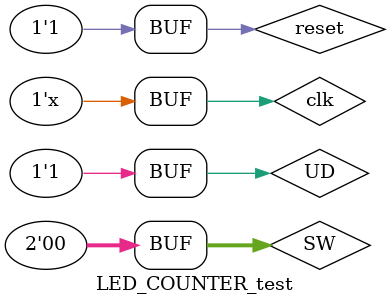
<source format=v>
`timescale 1ns / 1ps


module LED_COUNTER_test;

	// Inputs
	reg clk;
	reg reset;
	reg [1:0] SW;
	reg UD;

	// Outputs
	wire [7:0] LED;

	// Instantiate the Unit Under Test (UUT)
	LED_COUNTER uut (
		.clk(clk), 
		.reset(reset), 
		.SW(SW), 
		.UD(UD), 
		.LED(LED)
	);
always
begin
#10;clk=~clk;
end
	initial begin
		// Initialize Inputs
		clk = 0;
		#10;
		reset = 1;
		#60;
		SW = 0;
		UD = 0;
		#1000;
		UD=1;
		#1000;
		

		// Wait 100 ns for global reset to finish
		#100;
        
		// Add stimulus here

	end
      
endmodule


</source>
